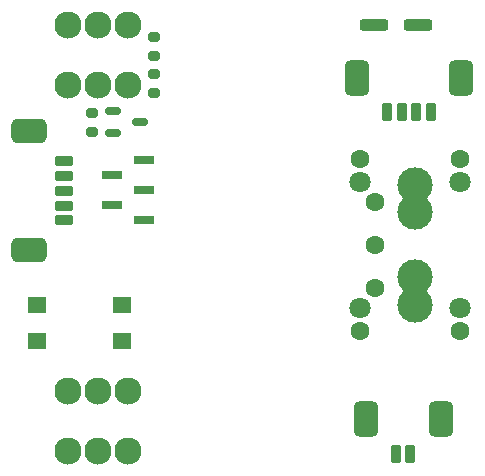
<source format=gbr>
%TF.GenerationSoftware,KiCad,Pcbnew,8.0.5*%
%TF.CreationDate,2024-10-29T13:47:40+01:00*%
%TF.ProjectId,BatteryMonitor,42617474-6572-4794-9d6f-6e69746f722e,rev?*%
%TF.SameCoordinates,Original*%
%TF.FileFunction,Soldermask,Bot*%
%TF.FilePolarity,Negative*%
%FSLAX46Y46*%
G04 Gerber Fmt 4.6, Leading zero omitted, Abs format (unit mm)*
G04 Created by KiCad (PCBNEW 8.0.5) date 2024-10-29 13:47:40*
%MOMM*%
%LPD*%
G01*
G04 APERTURE LIST*
G04 Aperture macros list*
%AMRoundRect*
0 Rectangle with rounded corners*
0 $1 Rounding radius*
0 $2 $3 $4 $5 $6 $7 $8 $9 X,Y pos of 4 corners*
0 Add a 4 corners polygon primitive as box body*
4,1,4,$2,$3,$4,$5,$6,$7,$8,$9,$2,$3,0*
0 Add four circle primitives for the rounded corners*
1,1,$1+$1,$2,$3*
1,1,$1+$1,$4,$5*
1,1,$1+$1,$6,$7*
1,1,$1+$1,$8,$9*
0 Add four rect primitives between the rounded corners*
20,1,$1+$1,$2,$3,$4,$5,0*
20,1,$1+$1,$4,$5,$6,$7,0*
20,1,$1+$1,$6,$7,$8,$9,0*
20,1,$1+$1,$8,$9,$2,$3,0*%
G04 Aperture macros list end*
%ADD10RoundRect,0.200000X-0.275000X0.200000X-0.275000X-0.200000X0.275000X-0.200000X0.275000X0.200000X0*%
%ADD11RoundRect,0.150000X-0.512500X-0.150000X0.512500X-0.150000X0.512500X0.150000X-0.512500X0.150000X0*%
%ADD12RoundRect,0.200000X-0.200000X-0.600000X0.200000X-0.600000X0.200000X0.600000X-0.200000X0.600000X0*%
%ADD13RoundRect,0.525000X-0.525000X-0.975000X0.525000X-0.975000X0.525000X0.975000X-0.525000X0.975000X0*%
%ADD14RoundRect,0.237500X0.987500X0.237500X-0.987500X0.237500X-0.987500X-0.237500X0.987500X-0.237500X0*%
%ADD15R,1.800000X0.650000*%
%ADD16R,1.600000X1.400000*%
%ADD17C,2.300000*%
%ADD18RoundRect,0.200000X0.600000X-0.200000X0.600000X0.200000X-0.600000X0.200000X-0.600000X-0.200000X0*%
%ADD19RoundRect,0.525000X0.975000X-0.525000X0.975000X0.525000X-0.975000X0.525000X-0.975000X-0.525000X0*%
%ADD20C,3.000000*%
%ADD21C,1.600000*%
%ADD22C,1.800000*%
%ADD23RoundRect,0.200000X0.275000X-0.200000X0.275000X0.200000X-0.275000X0.200000X-0.275000X-0.200000X0*%
G04 APERTURE END LIST*
D10*
%TO.C,R8*%
X142400000Y-87825000D03*
X142400000Y-86175000D03*
%TD*%
%TO.C,R7*%
X142400000Y-83075000D03*
X142400000Y-84725000D03*
%TD*%
D11*
%TO.C,Q1*%
X138962500Y-91250000D03*
X138962500Y-89350000D03*
X141237500Y-90300000D03*
%TD*%
D12*
%TO.C,J4*%
X165875000Y-89462500D03*
X164625000Y-89462500D03*
X163375000Y-89462500D03*
X162125000Y-89462500D03*
D13*
X159575000Y-86562500D03*
X168425000Y-86562500D03*
%TD*%
D14*
%TO.C,TP2*%
X161000000Y-82100000D03*
%TD*%
%TO.C,TP1*%
X164800000Y-82100000D03*
%TD*%
D15*
%TO.C,J1*%
X141550000Y-98540000D03*
X138850000Y-97270000D03*
X141550000Y-96000000D03*
X138850000Y-94730000D03*
X141550000Y-93460000D03*
%TD*%
D16*
%TO.C,SW1*%
X132500000Y-108800000D03*
X139700000Y-108800000D03*
X132500000Y-105800000D03*
X139700000Y-105800000D03*
%TD*%
D17*
%TO.C,J2*%
X140240000Y-87140000D03*
X140240000Y-82060000D03*
X137700000Y-87140000D03*
X137700000Y-82060000D03*
X135160000Y-87140000D03*
X135160000Y-82060000D03*
%TD*%
D12*
%TO.C,J7*%
X164125000Y-118362500D03*
X162875000Y-118362500D03*
D13*
X160325000Y-115462500D03*
X166675000Y-115462500D03*
%TD*%
D18*
%TO.C,J3*%
X134750000Y-93600000D03*
X134750000Y-94850000D03*
X134750000Y-96100000D03*
X134750000Y-97350000D03*
X134750000Y-98600000D03*
D19*
X131850000Y-101150000D03*
X131850000Y-91050000D03*
%TD*%
D17*
%TO.C,J5*%
X140240000Y-118140000D03*
X140240000Y-113060000D03*
X137700000Y-118140000D03*
X137700000Y-113060000D03*
X135160000Y-118140000D03*
X135160000Y-113060000D03*
%TD*%
D20*
%TO.C,J6*%
X164525000Y-105737500D03*
X164525000Y-103437500D03*
X164525000Y-97937500D03*
X164525000Y-95637500D03*
D21*
X161150000Y-104337500D03*
X161150000Y-100687500D03*
X161150000Y-97037500D03*
X168325000Y-107937500D03*
D22*
X168325000Y-105987500D03*
X168325000Y-95387500D03*
D21*
X168325000Y-93437500D03*
X159875000Y-107937500D03*
D22*
X159875000Y-105987500D03*
X159875000Y-95387500D03*
D21*
X159875000Y-93437500D03*
%TD*%
D23*
%TO.C,R13*%
X137200000Y-89475000D03*
X137200000Y-91125000D03*
%TD*%
M02*

</source>
